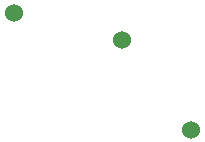
<source format=gbr>
%TF.GenerationSoftware,KiCad,Pcbnew,5.1.10*%
%TF.CreationDate,2021-11-16T14:47:03-07:00*%
%TF.ProjectId,L0003-Wheatstone-Bridge,4c303030-332d-4576-9865-617473746f6e,rev?*%
%TF.SameCoordinates,Original*%
%TF.FileFunction,Paste,Bot*%
%TF.FilePolarity,Positive*%
%FSLAX46Y46*%
G04 Gerber Fmt 4.6, Leading zero omitted, Abs format (unit mm)*
G04 Created by KiCad (PCBNEW 5.1.10) date 2021-11-16 14:47:03*
%MOMM*%
%LPD*%
G01*
G04 APERTURE LIST*
%ADD10C,1.524000*%
G04 APERTURE END LIST*
D10*
%TO.C,TP1*%
X115824000Y-79756000D03*
%TD*%
%TO.C,TP2*%
X130810000Y-89662000D03*
%TD*%
%TO.C,TP3*%
X124968000Y-82042000D03*
%TD*%
M02*

</source>
